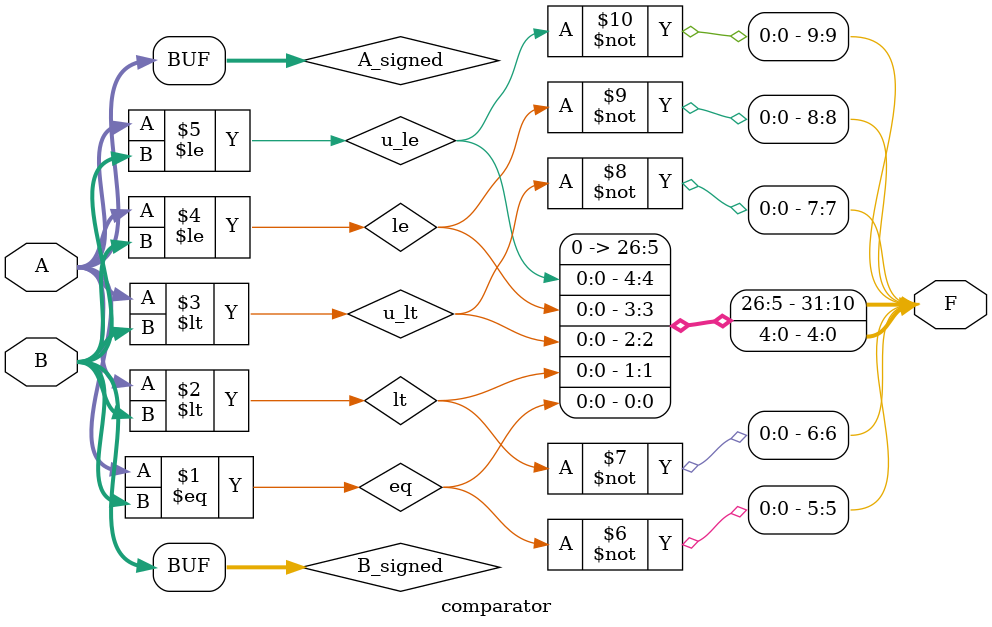
<source format=v>
module comparator (
    input  wire [31:0] A,  // 左比较数
    input  wire [31:0] B,  // 右比较数
    output wire [31:0] F   // 比较结果向量
);
  wire signed [31:0] A_signed = A;
  wire signed [31:0] B_signed = B;

  wire eq = A == B;
  wire lt = A_signed < B_signed;
  wire u_lt = A < B;
  wire le = A_signed <= B_signed;
  wire u_le = A <= B;

  assign F = {
    22'b0,
    ~u_le,  // ~(无符号小于等于) => 无符号大于
    ~le,  // ~(无符号小于等于) => 有符号大于
    ~u_lt,  // ~(无符号小于) => 无符号大于等于
    ~lt,  // ~(有符号小于) => 有符号大于等于
    ~eq,  // ~(等于) => 不等于
    u_le,  // 无符号小于等于
    le,  // 有符号小于等于
    u_lt,  // 无符号小于
    lt,  // 有符号小于
    eq  // 等于
  };
endmodule

</source>
